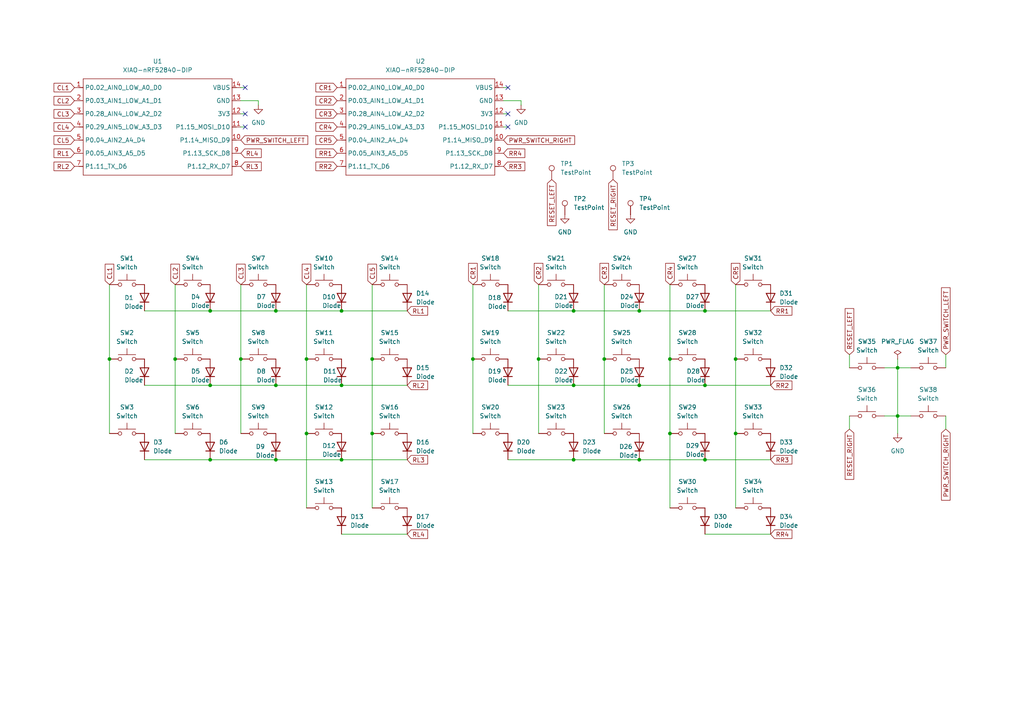
<source format=kicad_sch>
(kicad_sch (version 20250114) (generator "eeschema") (generator_version "9.0")
  (paper "A4")
  (lib_symbols
    (symbol "Connector:TestPoint" (pin_numbers (hide yes)) (pin_names (offset 0.762) (hide yes))
      (property "Reference" "TP" (at 0 6.858 0))
      (property "Value" "TestPoint" (at 0 5.08 0))
      (symbol "TestPoint_0_1"
        (circle (center 0 3.302) (radius 0.762))
      )
      (symbol "TestPoint_1_1"
        (pin passive line (at 0 0 90) (length 2.54) (name "1") (number "1"))
      )
    )
    (symbol "ScottoKeebs:Placeholder_Diode" (pin_numbers (hide yes)) (pin_names (hide yes))
      (property "Reference" "D" (at 0 2.54 0))
      (property "Value" "Diode" (at 0 -2.54 0))
      (symbol "Placeholder_Diode_0_1"
        (polyline (pts (xy -1.27 1.27) (xy -1.27 -1.27)) (stroke (width 0.254)))
        (polyline (pts (xy 1.27 1.27) (xy 1.27 -1.27) (xy -1.27 0) (xy 1.27 1.27)) (stroke (width 0.254)))
        (polyline (pts (xy 1.27 0) (xy -1.27 0)))
      )
      (symbol "Placeholder_Diode_1_1"
        (pin passive line (at -3.81 0 0) (length 2.54) (name "K") (number "1"))
        (pin passive line (at 3.81 0 180) (length 2.54) (name "A") (number "2"))
      )
    )
    (symbol "ScottoKeebs:Placeholder_Switch" (pin_numbers (hide yes)) (pin_names (offset 1.016) (hide yes))
      (property "Reference" "SW" (at 1.27 2.54 0))
      (property "Value" "Switch" (at 0 -1.524 0))
      (symbol "Placeholder_Switch_0_1"
        (circle (center -2.032 0) (radius 0.508))
        (polyline (pts (xy 0 1.27) (xy 0 3.048)))
        (circle (center 2.032 0) (radius 0.508))
        (polyline (pts (xy 2.54 1.27) (xy -2.54 1.27)))
        (pin passive line (at -5.08 0 0) (length 2.54) (name "1") (number "1"))
        (pin passive line (at 5.08 0 180) (length 2.54) (name "2") (number "2"))
      )
    )
    (symbol "Seeed Studio XIAO:XIAO-nRF52840-DIP"
      (property "Reference" "U" (at -3.048 1.778 0))
      (property "Value" "XIAO-nRF52840-DIP" (at 3.048 -0.254 0))
      (symbol "XIAO-nRF52840-DIP_1_0"
        (polyline (pts (xy -3.81 -1.27) (xy 39.37 -1.27)) (stroke (width 0.1524)))
        (polyline (pts (xy -3.81 -3.81) (xy -5.08 -3.81)) (stroke (width 0.1524)))
        (polyline (pts (xy -3.81 -3.81) (xy -3.81 -1.27)) (stroke (width 0.1524)))
        (polyline (pts (xy -3.81 -7.62) (xy -5.08 -7.62)) (stroke (width 0.1524)))
        (polyline (pts (xy -3.81 -7.62) (xy -3.81 -3.81)) (stroke (width 0.1524)))
        (polyline (pts (xy -3.81 -11.43) (xy -5.08 -11.43)) (stroke (width 0.1524)))
        (polyline (pts (xy -3.81 -11.43) (xy -3.81 -7.62)) (stroke (width 0.1524)))
        (polyline (pts (xy -3.81 -15.24) (xy -5.08 -15.24)) (stroke (width 0.1524)))
        (polyline (pts (xy -3.81 -15.24) (xy -3.81 -11.43)) (stroke (width 0.1524)))
        (polyline (pts (xy -3.81 -19.05) (xy -5.08 -19.05)) (stroke (width 0.1524)))
        (polyline (pts (xy -3.81 -22.86) (xy -5.08 -22.86)) (stroke (width 0.1524)))
        (polyline (pts (xy -3.81 -26.67) (xy -5.08 -26.67)) (stroke (width 0.1524)))
        (polyline (pts (xy -3.81 -29.21) (xy -3.81 -15.24)) (stroke (width 0.1524)))
        (polyline (pts (xy 39.37 -1.27) (xy 39.37 -3.81)) (stroke (width 0.1524)))
        (polyline (pts (xy 39.37 -3.81) (xy 39.37 -7.62)) (stroke (width 0.1524)))
        (polyline (pts (xy 39.37 -7.62) (xy 39.37 -11.43)) (stroke (width 0.1524)))
        (polyline (pts (xy 39.37 -11.43) (xy 39.37 -29.21)) (stroke (width 0.1524)))
        (polyline (pts (xy 39.37 -29.21) (xy -3.81 -29.21)) (stroke (width 0.1524)))
        (polyline (pts (xy 40.64 -3.81) (xy 39.37 -3.81)) (stroke (width 0.1524)))
        (polyline (pts (xy 40.64 -7.62) (xy 39.37 -7.62)) (stroke (width 0.1524)))
        (polyline (pts (xy 40.64 -11.43) (xy 39.37 -11.43)) (stroke (width 0.1524)))
        (polyline (pts (xy 40.64 -15.24) (xy 39.37 -15.24)) (stroke (width 0.1524)))
        (polyline (pts (xy 40.64 -19.05) (xy 39.37 -19.05)) (stroke (width 0.1524)))
        (polyline (pts (xy 40.64 -22.86) (xy 39.37 -22.86)) (stroke (width 0.1524)))
        (polyline (pts (xy 40.64 -26.67) (xy 39.37 -26.67)) (stroke (width 0.1524)))
        (pin passive line (at -6.35 -3.81 0) (length 2.54) (name "P0.02_AIN0_LOW_A0_D0") (number "1"))
        (pin passive line (at -6.35 -7.62 0) (length 2.54) (name "P0.03_AIN1_LOW_A1_D1") (number "2"))
        (pin passive line (at -6.35 -11.43 0) (length 2.54) (name "P0.28_AIN4_LOW_A2_D2") (number "3"))
        (pin passive line (at -6.35 -15.24 0) (length 2.54) (name "P0.29_AIN5_LOW_A3_D3") (number "4"))
        (pin passive line (at -6.35 -19.05 0) (length 2.54) (name "P0.04_AIN2_A4_D4") (number "5"))
        (pin passive line (at -6.35 -22.86 0) (length 2.54) (name "P0.05_AIN3_A5_D5") (number "6"))
        (pin passive line (at -6.35 -26.67 0) (length 2.54) (name "P1.11_TX_D6") (number "7"))
        (pin passive line (at 41.91 -3.81 180) (length 2.54) (name "VBUS") (number "14"))
        (pin passive line (at 41.91 -7.62 180) (length 2.54) (name "GND") (number "13"))
        (pin passive line (at 41.91 -11.43 180) (length 2.54) (name "3V3") (number "12"))
        (pin passive line (at 41.91 -15.24 180) (length 2.54) (name "P1.15_MOSI_D10") (number "11"))
        (pin passive line (at 41.91 -19.05 180) (length 2.54) (name "P1.14_MISO_D9") (number "10"))
        (pin passive line (at 41.91 -22.86 180) (length 2.54) (name "P1.13_SCK_D8") (number "9"))
        (pin passive line (at 41.91 -26.67 180) (length 2.54) (name "P1.12_RX_D7") (number "8"))
      )
    )
    (symbol "power:GND" (power) (pin_numbers (hide yes)) (pin_names (offset 0) (hide yes))
      (property "Value" "GND" (at 0 -3.81 0))
      (symbol "GND_0_1"
        (polyline (pts (xy 0 0) (xy 0 -1.27) (xy 1.27 -1.27) (xy 0 -2.54) (xy -1.27 -1.27) (xy 0 -1.27)))
      )
      (symbol "GND_1_1"
        (pin power_in line (at 0 0 270) (length 0) (name "~") (number "1"))
      )
    )
    (symbol "power:PWR_FLAG" (power) (pin_numbers (hide yes)) (pin_names (offset 0) (hide yes))
      (property "Value" "PWR_FLAG" (at 0 3.81 0))
      (symbol "PWR_FLAG_0_0"
        (pin power_out line (at 0 0 90) (length 0) (name "~") (number "1"))
      )
      (symbol "PWR_FLAG_0_1"
        (polyline (pts (xy 0 0) (xy 0 1.27) (xy -1.016 1.905) (xy 0 2.54) (xy 1.016 1.905) (xy 0 1.27)))
      )
    )
  )
  (junction (at 80.01 111.76))
  (junction (at 60.96 111.76))
  (junction (at 185.42 133.35))
  (junction (at 194.31 104.14))
  (junction (at 166.37 111.76))
  (junction (at 194.31 125.73))
  (junction (at 213.36 125.73))
  (junction (at 185.42 90.17))
  (junction (at 213.36 104.14))
  (junction (at 204.47 133.35))
  (junction (at 60.96 133.35))
  (junction (at 204.47 111.76))
  (junction (at 260.35 120.65))
  (junction (at 99.06 111.76))
  (junction (at 107.95 104.14))
  (junction (at 137.16 104.14))
  (junction (at 60.96 90.17))
  (junction (at 99.06 133.35))
  (junction (at 166.37 90.17))
  (junction (at 260.35 106.68))
  (junction (at 204.47 90.17))
  (junction (at 185.42 111.76))
  (junction (at 156.21 104.14))
  (junction (at 88.9 125.73))
  (junction (at 88.9 104.14))
  (junction (at 175.26 104.14))
  (junction (at 166.37 133.35))
  (junction (at 99.06 90.17))
  (junction (at 31.75 104.14))
  (junction (at 107.95 125.73))
  (junction (at 80.01 133.35))
  (junction (at 80.01 90.17))
  (junction (at 50.8 104.14))
  (junction (at 69.85 104.14))
  (no_connect (at 71.12 33.02))
  (no_connect (at 147.32 36.83))
  (no_connect (at 147.32 33.02))
  (no_connect (at 71.12 25.4))
  (no_connect (at 71.12 36.83))
  (no_connect (at 147.32 25.4))
  (wire (pts (xy 246.38 102.87) (xy 246.38 106.68)))
  (wire (pts (xy 107.95 82.55) (xy 107.95 104.14)))
  (wire (pts (xy 213.36 125.73) (xy 213.36 147.32)))
  (wire (pts (xy 147.32 111.76) (xy 166.37 111.76)))
  (wire (pts (xy 147.32 133.35) (xy 166.37 133.35)))
  (wire (pts (xy 60.96 133.35) (xy 80.01 133.35)))
  (wire (pts (xy 88.9 82.55) (xy 88.9 104.14)))
  (wire (pts (xy 246.38 124.46) (xy 246.38 120.65)))
  (wire (pts (xy 31.75 104.14) (xy 31.75 125.73)))
  (wire (pts (xy 260.35 104.14) (xy 260.35 106.68)))
  (wire (pts (xy 256.54 120.65) (xy 260.35 120.65)))
  (wire (pts (xy 146.05 36.83) (xy 147.32 36.83)))
  (wire (pts (xy 88.9 104.14) (xy 88.9 125.73)))
  (wire (pts (xy 146.05 33.02) (xy 147.32 33.02)))
  (wire (pts (xy 260.35 106.68) (xy 260.35 120.65)))
  (wire (pts (xy 69.85 82.55) (xy 69.85 104.14)))
  (wire (pts (xy 166.37 90.17) (xy 185.42 90.17)))
  (wire (pts (xy 264.16 120.65) (xy 260.35 120.65)))
  (wire (pts (xy 156.21 82.55) (xy 156.21 104.14)))
  (wire (pts (xy 204.47 90.17) (xy 223.52 90.17)))
  (wire (pts (xy 204.47 133.35) (xy 223.52 133.35)))
  (wire (pts (xy 69.85 104.14) (xy 69.85 125.73)))
  (wire (pts (xy 50.8 104.14) (xy 50.8 125.73)))
  (wire (pts (xy 151.13 29.21) (xy 151.13 30.48)))
  (wire (pts (xy 99.06 154.94) (xy 118.11 154.94)))
  (wire (pts (xy 194.31 125.73) (xy 194.31 147.32)))
  (wire (pts (xy 80.01 90.17) (xy 99.06 90.17)))
  (wire (pts (xy 137.16 82.55) (xy 137.16 104.14)))
  (wire (pts (xy 185.42 111.76) (xy 204.47 111.76)))
  (wire (pts (xy 156.21 104.14) (xy 156.21 125.73)))
  (wire (pts (xy 80.01 133.35) (xy 99.06 133.35)))
  (wire (pts (xy 50.8 82.55) (xy 50.8 104.14)))
  (wire (pts (xy 146.05 25.4) (xy 147.32 25.4)))
  (wire (pts (xy 41.91 90.17) (xy 60.96 90.17)))
  (wire (pts (xy 88.9 125.73) (xy 88.9 147.32)))
  (wire (pts (xy 41.91 111.76) (xy 60.96 111.76)))
  (wire (pts (xy 41.91 133.35) (xy 60.96 133.35)))
  (wire (pts (xy 137.16 104.14) (xy 137.16 125.73)))
  (wire (pts (xy 204.47 154.94) (xy 223.52 154.94)))
  (wire (pts (xy 99.06 90.17) (xy 118.11 90.17)))
  (wire (pts (xy 175.26 82.55) (xy 175.26 104.14)))
  (wire (pts (xy 274.32 124.46) (xy 274.32 120.65)))
  (wire (pts (xy 74.93 29.21) (xy 74.93 30.48)))
  (wire (pts (xy 213.36 82.55) (xy 213.36 104.14)))
  (wire (pts (xy 151.13 29.21) (xy 146.05 29.21)))
  (wire (pts (xy 31.75 82.55) (xy 31.75 104.14)))
  (wire (pts (xy 74.93 29.21) (xy 69.85 29.21)))
  (wire (pts (xy 260.35 120.65) (xy 260.35 125.73)))
  (wire (pts (xy 107.95 104.14) (xy 107.95 125.73)))
  (wire (pts (xy 147.32 90.17) (xy 166.37 90.17)))
  (wire (pts (xy 69.85 33.02) (xy 71.12 33.02)))
  (wire (pts (xy 80.01 111.76) (xy 99.06 111.76)))
  (wire (pts (xy 99.06 133.35) (xy 118.11 133.35)))
  (wire (pts (xy 107.95 125.73) (xy 107.95 147.32)))
  (wire (pts (xy 194.31 82.55) (xy 194.31 104.14)))
  (wire (pts (xy 166.37 111.76) (xy 185.42 111.76)))
  (wire (pts (xy 213.36 104.14) (xy 213.36 125.73)))
  (wire (pts (xy 69.85 25.4) (xy 71.12 25.4)))
  (wire (pts (xy 166.37 133.35) (xy 185.42 133.35)))
  (wire (pts (xy 99.06 111.76) (xy 118.11 111.76)))
  (wire (pts (xy 185.42 90.17) (xy 204.47 90.17)))
  (wire (pts (xy 256.54 106.68) (xy 260.35 106.68)))
  (wire (pts (xy 264.16 106.68) (xy 260.35 106.68)))
  (wire (pts (xy 185.42 133.35) (xy 204.47 133.35)))
  (wire (pts (xy 175.26 104.14) (xy 175.26 125.73)))
  (wire (pts (xy 194.31 104.14) (xy 194.31 125.73)))
  (wire (pts (xy 274.32 102.87) (xy 274.32 106.68)))
  (wire (pts (xy 60.96 90.17) (xy 80.01 90.17)))
  (wire (pts (xy 204.47 111.76) (xy 223.52 111.76)))
  (wire (pts (xy 69.85 36.83) (xy 71.12 36.83)))
  (wire (pts (xy 60.96 111.76) (xy 80.01 111.76)))
  (global_label "RESET_RIGHT" (shape input) (at 177.8 52.07 270) (property "Intersheetrefs" "${INTERSHEET_REFS}" (effects (hide yes))))
  (global_label "CR5" (shape input) (at 97.79 40.64 180) (property "Intersheetrefs" "${INTERSHEET_REFS}" (effects (hide yes))))
  (global_label "PWR_SWITCH_RIGHT" (shape input) (at 146.05 40.64 0) (property "Intersheetrefs" "${INTERSHEET_REFS}" (effects (hide yes))))
  (global_label "CL2" (shape input) (at 21.59 29.21 180) (property "Intersheetrefs" "${INTERSHEET_REFS}" (effects (hide yes))))
  (global_label "CR5" (shape input) (at 213.36 82.55 90) (property "Intersheetrefs" "${INTERSHEET_REFS}" (effects (hide yes))))
  (global_label "CL1" (shape input) (at 21.59 25.4 180) (property "Intersheetrefs" "${INTERSHEET_REFS}" (effects (hide yes))))
  (global_label "RL2" (shape input) (at 21.59 48.26 180) (property "Intersheetrefs" "${INTERSHEET_REFS}" (effects (hide yes))))
  (global_label "RR2" (shape input) (at 97.79 48.26 180) (property "Intersheetrefs" "${INTERSHEET_REFS}" (effects (hide yes))))
  (global_label "RR3" (shape input) (at 223.52 133.35 0) (property "Intersheetrefs" "${INTERSHEET_REFS}" (effects (hide yes))))
  (global_label "RL4" (shape input) (at 69.85 44.45 0) (property "Intersheetrefs" "${INTERSHEET_REFS}" (effects (hide yes))))
  (global_label "CL5" (shape input) (at 21.59 40.64 180) (property "Intersheetrefs" "${INTERSHEET_REFS}" (effects (hide yes))))
  (global_label "CL5" (shape input) (at 107.95 82.55 90) (property "Intersheetrefs" "${INTERSHEET_REFS}" (effects (hide yes))))
  (global_label "RESET_LEFT" (shape input) (at 246.38 102.87 90) (property "Intersheetrefs" "${INTERSHEET_REFS}" (effects (hide yes))))
  (global_label "CR3" (shape input) (at 97.79 33.02 180) (property "Intersheetrefs" "${INTERSHEET_REFS}" (effects (hide yes))))
  (global_label "RR1" (shape input) (at 97.79 44.45 180) (property "Intersheetrefs" "${INTERSHEET_REFS}" (effects (hide yes))))
  (global_label "CL3" (shape input) (at 69.85 82.55 90) (property "Intersheetrefs" "${INTERSHEET_REFS}" (effects (hide yes))))
  (global_label "RESET_RIGHT" (shape input) (at 246.38 124.46 270) (property "Intersheetrefs" "${INTERSHEET_REFS}" (effects (hide yes))))
  (global_label "RR1" (shape input) (at 223.52 90.17 0) (property "Intersheetrefs" "${INTERSHEET_REFS}" (effects (hide yes))))
  (global_label "RL1" (shape input) (at 21.59 44.45 180) (property "Intersheetrefs" "${INTERSHEET_REFS}" (effects (hide yes))))
  (global_label "RL4" (shape input) (at 118.11 154.94 0) (property "Intersheetrefs" "${INTERSHEET_REFS}" (effects (hide yes))))
  (global_label "CL1" (shape input) (at 31.75 82.55 90) (property "Intersheetrefs" "${INTERSHEET_REFS}" (effects (hide yes))))
  (global_label "PWR_SWITCH_LEFT" (shape input) (at 69.85 40.64 0) (property "Intersheetrefs" "${INTERSHEET_REFS}" (effects (hide yes))))
  (global_label "CR1" (shape input) (at 97.79 25.4 180) (property "Intersheetrefs" "${INTERSHEET_REFS}" (effects (hide yes))))
  (global_label "CR3" (shape input) (at 175.26 82.55 90) (property "Intersheetrefs" "${INTERSHEET_REFS}" (effects (hide yes))))
  (global_label "CL4" (shape input) (at 21.59 36.83 180) (property "Intersheetrefs" "${INTERSHEET_REFS}" (effects (hide yes))))
  (global_label "PWR_SWITCH_RIGHT" (shape input) (at 274.32 124.46 270) (property "Intersheetrefs" "${INTERSHEET_REFS}" (effects (hide yes))))
  (global_label "RL1" (shape input) (at 118.11 90.17 0) (property "Intersheetrefs" "${INTERSHEET_REFS}" (effects (hide yes))))
  (global_label "RL3" (shape input) (at 69.85 48.26 0) (property "Intersheetrefs" "${INTERSHEET_REFS}" (effects (hide yes))))
  (global_label "RL2" (shape input) (at 118.11 111.76 0) (property "Intersheetrefs" "${INTERSHEET_REFS}" (effects (hide yes))))
  (global_label "CR1" (shape input) (at 137.16 82.55 90) (property "Intersheetrefs" "${INTERSHEET_REFS}" (effects (hide yes))))
  (global_label "RR2" (shape input) (at 223.52 111.76 0) (property "Intersheetrefs" "${INTERSHEET_REFS}" (effects (hide yes))))
  (global_label "RR3" (shape input) (at 146.05 48.26 0) (property "Intersheetrefs" "${INTERSHEET_REFS}" (effects (hide yes))))
  (global_label "RESET_LEFT" (shape input) (at 160.02 52.07 270) (property "Intersheetrefs" "${INTERSHEET_REFS}" (effects (hide yes))))
  (global_label "CL3" (shape input) (at 21.59 33.02 180) (property "Intersheetrefs" "${INTERSHEET_REFS}" (effects (hide yes))))
  (global_label "CR2" (shape input) (at 156.21 82.55 90) (property "Intersheetrefs" "${INTERSHEET_REFS}" (effects (hide yes))))
  (global_label "RR4" (shape input) (at 146.05 44.45 0) (property "Intersheetrefs" "${INTERSHEET_REFS}" (effects (hide yes))))
  (global_label "CL2" (shape input) (at 50.8 82.55 90) (property "Intersheetrefs" "${INTERSHEET_REFS}" (effects (hide yes))))
  (global_label "RR4" (shape input) (at 223.52 154.94 0) (property "Intersheetrefs" "${INTERSHEET_REFS}" (effects (hide yes))))
  (global_label "CL4" (shape input) (at 88.9 82.55 90) (property "Intersheetrefs" "${INTERSHEET_REFS}" (effects (hide yes))))
  (global_label "CR4" (shape input) (at 97.79 36.83 180) (property "Intersheetrefs" "${INTERSHEET_REFS}" (effects (hide yes))))
  (global_label "RL3" (shape input) (at 118.11 133.35 0) (property "Intersheetrefs" "${INTERSHEET_REFS}" (effects (hide yes))))
  (global_label "PWR_SWITCH_LEFT" (shape input) (at 274.32 102.87 90) (property "Intersheetrefs" "${INTERSHEET_REFS}" (effects (hide yes))))
  (global_label "CR2" (shape input) (at 97.79 29.21 180) (property "Intersheetrefs" "${INTERSHEET_REFS}" (effects (hide yes))))
  (global_label "CR4" (shape input) (at 194.31 82.55 90) (property "Intersheetrefs" "${INTERSHEET_REFS}" (effects (hide yes))))
  (symbol (lib_id "ScottoKeebs:Placeholder_Switch") (at 180.34 125.73 0) (unit 1)
    (property "Reference" "SW26" (at 180.34 118.11 0))
    (property "Value" "Switch" (at 180.34 120.65 0))
    (property "Footprint" "BLE_KBD:Hotswap_MX_WSS_1.00u" (effects (hide yes)))
    (property "Description" "Push button switch, generic, two pins" (effects (hide yes)))
  )
  (symbol (lib_id "ScottoKeebs:Placeholder_Switch") (at 180.34 82.55 0) (unit 1)
    (property "Reference" "SW24" (at 180.34 74.93 0))
    (property "Value" "Switch" (at 180.34 77.47 0))
    (property "Footprint" "BLE_KBD:Hotswap_MX_WSS_1.00u" (effects (hide yes)))
    (property "Description" "Push button switch, generic, two pins" (effects (hide yes)))
  )
  (symbol (lib_id "ScottoKeebs:Placeholder_Switch") (at 93.98 147.32 0) (unit 1)
    (property "Reference" "SW13" (at 93.98 139.7 0))
    (property "Value" "Switch" (at 93.98 142.24 0))
    (property "Footprint" "BLE_KBD:Hotswap_MX_WSS_1.50u" (effects (hide yes)))
    (property "Description" "Push button switch, generic, two pins" (effects (hide yes)))
  )
  (symbol (lib_id "ScottoKeebs:Placeholder_Switch") (at 36.83 82.55 0) (unit 1)
    (property "Reference" "SW1" (at 36.83 74.93 0))
    (property "Value" "Switch" (at 36.83 77.47 0))
    (property "Footprint" "BLE_KBD:Hotswap_MX_WSS_1.00u" (effects (hide yes)))
    (property "Description" "Push button switch, generic, two pins" (effects (hide yes)))
  )
  (symbol (lib_id "ScottoKeebs:Placeholder_Diode") (at 99.06 151.13 90) (unit 1)
    (property "Reference" "D13" (at 101.6 149.8599 90) (effects (justify right)))
    (property "Value" "Diode" (at 101.6 152.3999 90) (effects (justify right)))
    (property "Footprint" "BLE_KBD:Diode_SOD-123" (effects (hide yes)))
    (property "Description" "1N4148 (DO-35) or 1N4148W (SOD-123)" (effects (hide yes)))
    (property "Sim.Device" "D" (effects (hide yes)))
    (property "Sim.Pins" "1=K 2=A" (effects (hide yes)))
  )
  (symbol (lib_id "ScottoKeebs:Placeholder_Diode") (at 185.42 129.54 90) (unit 1)
    (property "Reference" "D26" (at 179.578 129.54 90) (effects (justify right)))
    (property "Value" "Diode" (at 179.578 132.08 90) (effects (justify right)))
    (property "Footprint" "BLE_KBD:Diode_SOD-123" (effects (hide yes)))
    (property "Description" "1N4148 (DO-35) or 1N4148W (SOD-123)" (effects (hide yes)))
    (property "Sim.Device" "D" (effects (hide yes)))
    (property "Sim.Pins" "1=K 2=A" (effects (hide yes)))
  )
  (symbol (lib_id "Connector:TestPoint") (at 160.02 52.07 0) (unit 1)
    (property "Reference" "TP1" (at 162.56 47.4979 0) (effects (justify left)))
    (property "Value" "TestPoint" (at 162.56 50.0379 0) (effects (justify left)))
    (property "Footprint" "TestPoint:TestPoint_Pad_D2.0mm" (effects (hide yes)))
    (property "Description" "test point" (effects (hide yes)))
  )
  (symbol (lib_id "ScottoKeebs:Placeholder_Diode") (at 41.91 107.95 90) (unit 1)
    (property "Reference" "D2" (at 36.068 107.696 90) (effects (justify right)))
    (property "Value" "Diode" (at 36.068 110.236 90) (effects (justify right)))
    (property "Footprint" "BLE_KBD:Diode_SOD-123" (effects (hide yes)))
    (property "Description" "1N4148 (DO-35) or 1N4148W (SOD-123)" (effects (hide yes)))
    (property "Sim.Device" "D" (effects (hide yes)))
    (property "Sim.Pins" "1=K 2=A" (effects (hide yes)))
  )
  (symbol (lib_id "ScottoKeebs:Placeholder_Switch") (at 199.39 147.32 0) (unit 1)
    (property "Reference" "SW30" (at 199.39 139.7 0))
    (property "Value" "Switch" (at 199.39 142.24 0))
    (property "Footprint" "BLE_KBD:Hotswap_MX_WSS_1.50u" (effects (hide yes)))
    (property "Description" "Push button switch, generic, two pins" (effects (hide yes)))
  )
  (symbol (lib_id "power:GND") (at 182.88 62.23 0) (unit 1)
    (property "Reference" "#PWR05" (effects (hide yes)))
    (property "Value" "GND" (at 182.88 67.31 0))
    (property "Description" "Power symbol creates a global label with name \"GND\" , ground" (effects (hide yes)))
  )
  (symbol (lib_id "ScottoKeebs:Placeholder_Switch") (at 161.29 82.55 0) (unit 1)
    (property "Reference" "SW21" (at 161.29 74.93 0))
    (property "Value" "Switch" (at 161.29 77.47 0))
    (property "Footprint" "BLE_KBD:Hotswap_MX_WSS_1.00u" (effects (hide yes)))
    (property "Description" "Push button switch, generic, two pins" (effects (hide yes)))
  )
  (symbol (lib_id "power:GND") (at 260.35 125.73 0) (unit 1)
    (property "Reference" "#PWR04" (effects (hide yes)))
    (property "Value" "GND" (at 260.35 130.81 0))
    (property "Description" "Power symbol creates a global label with name \"GND\" , ground" (effects (hide yes)))
  )
  (symbol (lib_id "ScottoKeebs:Placeholder_Switch") (at 142.24 82.55 0) (unit 1)
    (property "Reference" "SW18" (at 142.24 74.93 0))
    (property "Value" "Switch" (at 142.24 77.47 0))
    (property "Footprint" "BLE_KBD:Hotswap_MX_WSS_1.00u" (effects (hide yes)))
    (property "Description" "Push button switch, generic, two pins" (effects (hide yes)))
  )
  (symbol (lib_id "power:GND") (at 163.83 62.23 0) (unit 1)
    (property "Reference" "#PWR03" (effects (hide yes)))
    (property "Value" "GND" (at 163.83 67.31 0))
    (property "Description" "Power symbol creates a global label with name \"GND\" , ground" (effects (hide yes)))
  )
  (symbol (lib_id "ScottoKeebs:Placeholder_Switch") (at 251.46 120.65 0) (unit 1)
    (property "Reference" "SW36" (at 251.46 113.03 0))
    (property "Value" "Switch" (at 251.46 115.57 0))
    (property "Footprint" "BLE_KBD:SW_SPST_EVQP7A_ HandSoldering" (effects (hide yes)))
    (property "Description" "Push button switch, generic, two pins" (effects (hide yes)))
  )
  (symbol (lib_id "ScottoKeebs:Placeholder_Switch") (at 113.03 104.14 0) (unit 1)
    (property "Reference" "SW15" (at 113.03 96.52 0))
    (property "Value" "Switch" (at 113.03 99.06 0))
    (property "Footprint" "BLE_KBD:Hotswap_MX_WSS_1.00u" (effects (hide yes)))
    (property "Description" "Push button switch, generic, two pins" (effects (hide yes)))
  )
  (symbol (lib_id "ScottoKeebs:Placeholder_Diode") (at 118.11 129.54 90) (unit 1)
    (property "Reference" "D16" (at 120.65 128.2699 90) (effects (justify right)))
    (property "Value" "Diode" (at 120.65 130.8099 90) (effects (justify right)))
    (property "Footprint" "BLE_KBD:Diode_SOD-123" (effects (hide yes)))
    (property "Description" "1N4148 (DO-35) or 1N4148W (SOD-123)" (effects (hide yes)))
    (property "Sim.Device" "D" (effects (hide yes)))
    (property "Sim.Pins" "1=K 2=A" (effects (hide yes)))
  )
  (symbol (lib_id "ScottoKeebs:Placeholder_Diode") (at 118.11 151.13 90) (unit 1)
    (property "Reference" "D17" (at 120.65 149.8599 90) (effects (justify right)))
    (property "Value" "Diode" (at 120.65 152.3999 90) (effects (justify right)))
    (property "Footprint" "BLE_KBD:Diode_SOD-123" (effects (hide yes)))
    (property "Description" "1N4148 (DO-35) or 1N4148W (SOD-123)" (effects (hide yes)))
    (property "Sim.Device" "D" (effects (hide yes)))
    (property "Sim.Pins" "1=K 2=A" (effects (hide yes)))
  )
  (symbol (lib_id "ScottoKeebs:Placeholder_Diode") (at 60.96 107.95 90) (unit 1)
    (property "Reference" "D5" (at 55.372 107.696 90) (effects (justify right)))
    (property "Value" "Diode" (at 55.372 110.236 90) (effects (justify right)))
    (property "Footprint" "BLE_KBD:Diode_SOD-123" (effects (hide yes)))
    (property "Description" "1N4148 (DO-35) or 1N4148W (SOD-123)" (effects (hide yes)))
    (property "Sim.Device" "D" (effects (hide yes)))
    (property "Sim.Pins" "1=K 2=A" (effects (hide yes)))
  )
  (symbol (lib_id "ScottoKeebs:Placeholder_Switch") (at 218.44 82.55 0) (unit 1)
    (property "Reference" "SW31" (at 218.44 74.93 0))
    (property "Value" "Switch" (at 218.44 77.47 0))
    (property "Footprint" "BLE_KBD:Hotswap_MX_WSS_1.00u" (effects (hide yes)))
    (property "Description" "Push button switch, generic, two pins" (effects (hide yes)))
  )
  (symbol (lib_id "ScottoKeebs:Placeholder_Switch") (at 269.24 120.65 0) (unit 1)
    (property "Reference" "SW38" (at 269.24 113.03 0))
    (property "Value" "Switch" (at 269.24 115.57 0))
    (property "Footprint" "BLE_KBD:SW_SPST_EVQP7A_ HandSoldering" (effects (hide yes)))
    (property "Description" "Push button switch, generic, two pins" (effects (hide yes)))
  )
  (symbol (lib_id "ScottoKeebs:Placeholder_Switch") (at 93.98 82.55 0) (unit 1)
    (property "Reference" "SW10" (at 93.98 74.93 0))
    (property "Value" "Switch" (at 93.98 77.47 0))
    (property "Footprint" "BLE_KBD:Hotswap_MX_WSS_1.00u" (effects (hide yes)))
    (property "Description" "Push button switch, generic, two pins" (effects (hide yes)))
  )
  (symbol (lib_id "ScottoKeebs:Placeholder_Diode") (at 166.37 129.54 90) (unit 1)
    (property "Reference" "D23" (at 168.91 128.2699 90) (effects (justify right)))
    (property "Value" "Diode" (at 168.91 130.8099 90) (effects (justify right)))
    (property "Footprint" "BLE_KBD:Diode_SOD-123" (effects (hide yes)))
    (property "Description" "1N4148 (DO-35) or 1N4148W (SOD-123)" (effects (hide yes)))
    (property "Sim.Device" "D" (effects (hide yes)))
    (property "Sim.Pins" "1=K 2=A" (effects (hide yes)))
  )
  (symbol (lib_id "ScottoKeebs:Placeholder_Diode") (at 99.06 129.54 90) (unit 1)
    (property "Reference" "D12" (at 93.472 129.286 90) (effects (justify right)))
    (property "Value" "Diode" (at 93.472 131.826 90) (effects (justify right)))
    (property "Footprint" "BLE_KBD:Diode_SOD-123" (effects (hide yes)))
    (property "Description" "1N4148 (DO-35) or 1N4148W (SOD-123)" (effects (hide yes)))
    (property "Sim.Device" "D" (effects (hide yes)))
    (property "Sim.Pins" "1=K 2=A" (effects (hide yes)))
  )
  (symbol (lib_id "ScottoKeebs:Placeholder_Switch") (at 74.93 82.55 0) (unit 1)
    (property "Reference" "SW7" (at 74.93 74.93 0))
    (property "Value" "Switch" (at 74.93 77.47 0))
    (property "Footprint" "BLE_KBD:Hotswap_MX_WSS_1.00u" (effects (hide yes)))
    (property "Description" "Push button switch, generic, two pins" (effects (hide yes)))
  )
  (symbol (lib_id "ScottoKeebs:Placeholder_Switch") (at 93.98 104.14 0) (unit 1)
    (property "Reference" "SW11" (at 93.98 96.52 0))
    (property "Value" "Switch" (at 93.98 99.06 0))
    (property "Footprint" "BLE_KBD:Hotswap_MX_WSS_1.00u" (effects (hide yes)))
    (property "Description" "Push button switch, generic, two pins" (effects (hide yes)))
  )
  (symbol (lib_id "ScottoKeebs:Placeholder_Diode") (at 166.37 86.36 90) (unit 1)
    (property "Reference" "D21" (at 160.782 86.106 90) (effects (justify right)))
    (property "Value" "Diode" (at 160.782 88.646 90) (effects (justify right)))
    (property "Footprint" "BLE_KBD:Diode_SOD-123" (effects (hide yes)))
    (property "Description" "1N4148 (DO-35) or 1N4148W (SOD-123)" (effects (hide yes)))
    (property "Sim.Device" "D" (effects (hide yes)))
    (property "Sim.Pins" "1=K 2=A" (effects (hide yes)))
  )
  (symbol (lib_id "ScottoKeebs:Placeholder_Switch") (at 113.03 125.73 0) (unit 1)
    (property "Reference" "SW16" (at 113.03 118.11 0))
    (property "Value" "Switch" (at 113.03 120.65 0))
    (property "Footprint" "BLE_KBD:Hotswap_MX_WSS_1.00u" (effects (hide yes)))
    (property "Description" "Push button switch, generic, two pins" (effects (hide yes)))
  )
  (symbol (lib_id "ScottoKeebs:Placeholder_Switch") (at 142.24 125.73 0) (unit 1)
    (property "Reference" "SW20" (at 142.24 118.11 0))
    (property "Value" "Switch" (at 142.24 120.65 0))
    (property "Footprint" "BLE_KBD:Hotswap_MX_WSS_1.00u" (effects (hide yes)))
    (property "Description" "Push button switch, generic, two pins" (effects (hide yes)))
  )
  (symbol (lib_id "ScottoKeebs:Placeholder_Diode") (at 204.47 151.13 90) (unit 1)
    (property "Reference" "D30" (at 207.01 149.8599 90) (effects (justify right)))
    (property "Value" "Diode" (at 207.01 152.3999 90) (effects (justify right)))
    (property "Footprint" "BLE_KBD:Diode_SOD-123" (effects (hide yes)))
    (property "Description" "1N4148 (DO-35) or 1N4148W (SOD-123)" (effects (hide yes)))
    (property "Sim.Device" "D" (effects (hide yes)))
    (property "Sim.Pins" "1=K 2=A" (effects (hide yes)))
  )
  (symbol (lib_id "ScottoKeebs:Placeholder_Switch") (at 269.24 106.68 0) (unit 1)
    (property "Reference" "SW37" (at 269.24 99.06 0))
    (property "Value" "Switch" (at 269.24 101.6 0))
    (property "Footprint" "BLE_KBD:SW_SPST_EVQP7A_ HandSoldering" (effects (hide yes)))
    (property "Description" "Push button switch, generic, two pins" (effects (hide yes)))
  )
  (symbol (lib_id "ScottoKeebs:Placeholder_Switch") (at 199.39 125.73 0) (unit 1)
    (property "Reference" "SW29" (at 199.39 118.11 0))
    (property "Value" "Switch" (at 199.39 120.65 0))
    (property "Footprint" "BLE_KBD:Hotswap_MX_WSS_1.00u" (effects (hide yes)))
    (property "Description" "Push button switch, generic, two pins" (effects (hide yes)))
  )
  (symbol (lib_id "ScottoKeebs:Placeholder_Diode") (at 147.32 129.54 90) (unit 1)
    (property "Reference" "D20" (at 149.86 128.2699 90) (effects (justify right)))
    (property "Value" "Diode" (at 149.86 130.8099 90) (effects (justify right)))
    (property "Footprint" "BLE_KBD:Diode_SOD-123" (effects (hide yes)))
    (property "Description" "1N4148 (DO-35) or 1N4148W (SOD-123)" (effects (hide yes)))
    (property "Sim.Device" "D" (effects (hide yes)))
    (property "Sim.Pins" "1=K 2=A" (effects (hide yes)))
  )
  (symbol (lib_id "Seeed Studio XIAO:XIAO-nRF52840-DIP") (at 27.94 21.59 0) (unit 1)
    (property "Reference" "U1" (at 45.72 17.78 0))
    (property "Value" "XIAO-nRF52840-DIP" (at 45.72 20.32 0))
    (property "Footprint" "BLE_KBD:XIAO-nRF52840-BG" (effects (hide yes)))
  )
  (symbol (lib_id "ScottoKeebs:Placeholder_Switch") (at 74.93 125.73 0) (unit 1)
    (property "Reference" "SW9" (at 74.93 118.11 0))
    (property "Value" "Switch" (at 74.93 120.65 0))
    (property "Footprint" "BLE_KBD:Hotswap_MX_WSS_1.00u" (effects (hide yes)))
    (property "Description" "Push button switch, generic, two pins" (effects (hide yes)))
  )
  (symbol (lib_id "power:GND") (at 151.13 30.48 0) (unit 1)
    (property "Reference" "#PWR02" (effects (hide yes)))
    (property "Value" "GND" (at 151.13 35.56 0))
    (property "Description" "Power symbol creates a global label with name \"GND\" , ground" (effects (hide yes)))
  )
  (symbol (lib_id "ScottoKeebs:Placeholder_Switch") (at 218.44 104.14 0) (unit 1)
    (property "Reference" "SW32" (at 218.44 96.52 0))
    (property "Value" "Switch" (at 218.44 99.06 0))
    (property "Footprint" "BLE_KBD:Hotswap_MX_WSS_1.00u" (effects (hide yes)))
    (property "Description" "Push button switch, generic, two pins" (effects (hide yes)))
  )
  (symbol (lib_id "ScottoKeebs:Placeholder_Diode") (at 223.52 151.13 90) (unit 1)
    (property "Reference" "D34" (at 226.06 149.8599 90) (effects (justify right)))
    (property "Value" "Diode" (at 226.06 152.3999 90) (effects (justify right)))
    (property "Footprint" "BLE_KBD:Diode_SOD-123" (effects (hide yes)))
    (property "Description" "1N4148 (DO-35) or 1N4148W (SOD-123)" (effects (hide yes)))
    (property "Sim.Device" "D" (effects (hide yes)))
    (property "Sim.Pins" "1=K 2=A" (effects (hide yes)))
  )
  (symbol (lib_id "ScottoKeebs:Placeholder_Diode") (at 223.52 86.36 90) (unit 1)
    (property "Reference" "D31" (at 226.06 85.0899 90) (effects (justify right)))
    (property "Value" "Diode" (at 226.06 87.6299 90) (effects (justify right)))
    (property "Footprint" "BLE_KBD:Diode_SOD-123" (effects (hide yes)))
    (property "Description" "1N4148 (DO-35) or 1N4148W (SOD-123)" (effects (hide yes)))
    (property "Sim.Device" "D" (effects (hide yes)))
    (property "Sim.Pins" "1=K 2=A" (effects (hide yes)))
  )
  (symbol (lib_id "ScottoKeebs:Placeholder_Diode") (at 118.11 107.95 90) (unit 1)
    (property "Reference" "D15" (at 120.65 106.6799 90) (effects (justify right)))
    (property "Value" "Diode" (at 120.65 109.2199 90) (effects (justify right)))
    (property "Footprint" "BLE_KBD:Diode_SOD-123" (effects (hide yes)))
    (property "Description" "1N4148 (DO-35) or 1N4148W (SOD-123)" (effects (hide yes)))
    (property "Sim.Device" "D" (effects (hide yes)))
    (property "Sim.Pins" "1=K 2=A" (effects (hide yes)))
  )
  (symbol (lib_id "ScottoKeebs:Placeholder_Diode") (at 204.47 86.36 90) (unit 1)
    (property "Reference" "D27" (at 198.882 86.106 90) (effects (justify right)))
    (property "Value" "Diode" (at 198.882 88.646 90) (effects (justify right)))
    (property "Footprint" "BLE_KBD:Diode_SOD-123" (effects (hide yes)))
    (property "Description" "1N4148 (DO-35) or 1N4148W (SOD-123)" (effects (hide yes)))
    (property "Sim.Device" "D" (effects (hide yes)))
    (property "Sim.Pins" "1=K 2=A" (effects (hide yes)))
  )
  (symbol (lib_id "ScottoKeebs:Placeholder_Switch") (at 113.03 82.55 0) (unit 1)
    (property "Reference" "SW14" (at 113.03 74.93 0))
    (property "Value" "Switch" (at 113.03 77.47 0))
    (property "Footprint" "BLE_KBD:Hotswap_MX_WSS_1.00u" (effects (hide yes)))
    (property "Description" "Push button switch, generic, two pins" (effects (hide yes)))
  )
  (symbol (lib_id "ScottoKeebs:Placeholder_Diode") (at 166.37 107.95 90) (unit 1)
    (property "Reference" "D22" (at 160.782 107.696 90) (effects (justify right)))
    (property "Value" "Diode" (at 160.782 110.236 90) (effects (justify right)))
    (property "Footprint" "BLE_KBD:Diode_SOD-123" (effects (hide yes)))
    (property "Description" "1N4148 (DO-35) or 1N4148W (SOD-123)" (effects (hide yes)))
    (property "Sim.Device" "D" (effects (hide yes)))
    (property "Sim.Pins" "1=K 2=A" (effects (hide yes)))
  )
  (symbol (lib_id "ScottoKeebs:Placeholder_Diode") (at 99.06 86.36 90) (unit 1)
    (property "Reference" "D10" (at 93.472 86.106 90) (effects (justify right)))
    (property "Value" "Diode" (at 93.472 88.646 90) (effects (justify right)))
    (property "Footprint" "BLE_KBD:Diode_SOD-123" (effects (hide yes)))
    (property "Description" "1N4148 (DO-35) or 1N4148W (SOD-123)" (effects (hide yes)))
    (property "Sim.Device" "D" (effects (hide yes)))
    (property "Sim.Pins" "1=K 2=A" (effects (hide yes)))
  )
  (symbol (lib_id "power:PWR_FLAG") (at 260.35 104.14 0) (unit 1)
    (property "Reference" "#FLG01" (effects (hide yes)))
    (property "Value" "PWR_FLAG" (at 260.35 99.06 0))
    (property "Description" "Special symbol for telling ERC where power comes from" (effects (hide yes)))
  )
  (symbol (lib_id "ScottoKeebs:Placeholder_Switch") (at 180.34 104.14 0) (unit 1)
    (property "Reference" "SW25" (at 180.34 96.52 0))
    (property "Value" "Switch" (at 180.34 99.06 0))
    (property "Footprint" "BLE_KBD:Hotswap_MX_WSS_1.00u" (effects (hide yes)))
    (property "Description" "Push button switch, generic, two pins" (effects (hide yes)))
  )
  (symbol (lib_id "ScottoKeebs:Placeholder_Diode") (at 185.42 86.36 90) (unit 1)
    (property "Reference" "D24" (at 179.832 86.106 90) (effects (justify right)))
    (property "Value" "Diode" (at 179.832 88.646 90) (effects (justify right)))
    (property "Footprint" "BLE_KBD:Diode_SOD-123" (effects (hide yes)))
    (property "Description" "1N4148 (DO-35) or 1N4148W (SOD-123)" (effects (hide yes)))
    (property "Sim.Device" "D" (effects (hide yes)))
    (property "Sim.Pins" "1=K 2=A" (effects (hide yes)))
  )
  (symbol (lib_id "ScottoKeebs:Placeholder_Diode") (at 41.91 129.54 90) (unit 1)
    (property "Reference" "D3" (at 44.45 128.2699 90) (effects (justify right)))
    (property "Value" "Diode" (at 44.45 130.8099 90) (effects (justify right)))
    (property "Footprint" "BLE_KBD:Diode_SOD-123" (effects (hide yes)))
    (property "Description" "1N4148 (DO-35) or 1N4148W (SOD-123)" (effects (hide yes)))
    (property "Sim.Device" "D" (effects (hide yes)))
    (property "Sim.Pins" "1=K 2=A" (effects (hide yes)))
  )
  (symbol (lib_id "ScottoKeebs:Placeholder_Switch") (at 199.39 82.55 0) (unit 1)
    (property "Reference" "SW27" (at 199.39 74.93 0))
    (property "Value" "Switch" (at 199.39 77.47 0))
    (property "Footprint" "BLE_KBD:Hotswap_MX_WSS_1.00u" (effects (hide yes)))
    (property "Description" "Push button switch, generic, two pins" (effects (hide yes)))
  )
  (symbol (lib_id "ScottoKeebs:Placeholder_Diode") (at 147.32 86.36 90) (unit 1)
    (property "Reference" "D18" (at 141.478 86.36 90) (effects (justify right)))
    (property "Value" "Diode" (at 141.478 88.9 90) (effects (justify right)))
    (property "Footprint" "BLE_KBD:Diode_SOD-123" (effects (hide yes)))
    (property "Description" "1N4148 (DO-35) or 1N4148W (SOD-123)" (effects (hide yes)))
    (property "Sim.Device" "D" (effects (hide yes)))
    (property "Sim.Pins" "1=K 2=A" (effects (hide yes)))
  )
  (symbol (lib_id "ScottoKeebs:Placeholder_Switch") (at 218.44 125.73 0) (unit 1)
    (property "Reference" "SW33" (at 218.44 118.11 0))
    (property "Value" "Switch" (at 218.44 120.65 0))
    (property "Footprint" "BLE_KBD:Hotswap_MX_WSS_1.00u" (effects (hide yes)))
    (property "Description" "Push button switch, generic, two pins" (effects (hide yes)))
  )
  (symbol (lib_id "ScottoKeebs:Placeholder_Diode") (at 147.32 107.95 90) (unit 1)
    (property "Reference" "D19" (at 141.478 107.696 90) (effects (justify right)))
    (property "Value" "Diode" (at 141.478 110.236 90) (effects (justify right)))
    (property "Footprint" "BLE_KBD:Diode_SOD-123" (effects (hide yes)))
    (property "Description" "1N4148 (DO-35) or 1N4148W (SOD-123)" (effects (hide yes)))
    (property "Sim.Device" "D" (effects (hide yes)))
    (property "Sim.Pins" "1=K 2=A" (effects (hide yes)))
  )
  (symbol (lib_id "ScottoKeebs:Placeholder_Switch") (at 199.39 104.14 0) (unit 1)
    (property "Reference" "SW28" (at 199.39 96.52 0))
    (property "Value" "Switch" (at 199.39 99.06 0))
    (property "Footprint" "BLE_KBD:Hotswap_MX_WSS_1.00u" (effects (hide yes)))
    (property "Description" "Push button switch, generic, two pins" (effects (hide yes)))
  )
  (symbol (lib_id "ScottoKeebs:Placeholder_Diode") (at 99.06 107.95 90) (unit 1)
    (property "Reference" "D11" (at 93.726 107.696 90) (effects (justify right)))
    (property "Value" "Diode" (at 93.726 110.236 90) (effects (justify right)))
    (property "Footprint" "BLE_KBD:Diode_SOD-123" (effects (hide yes)))
    (property "Description" "1N4148 (DO-35) or 1N4148W (SOD-123)" (effects (hide yes)))
    (property "Sim.Device" "D" (effects (hide yes)))
    (property "Sim.Pins" "1=K 2=A" (effects (hide yes)))
  )
  (symbol (lib_id "ScottoKeebs:Placeholder_Switch") (at 113.03 147.32 0) (unit 1)
    (property "Reference" "SW17" (at 113.03 139.7 0))
    (property "Value" "Switch" (at 113.03 142.24 0))
    (property "Footprint" "BLE_KBD:Hotswap_MX_WSS_1.50u" (effects (hide yes)))
    (property "Description" "Push button switch, generic, two pins" (effects (hide yes)))
  )
  (symbol (lib_id "ScottoKeebs:Placeholder_Switch") (at 55.88 104.14 0) (unit 1)
    (property "Reference" "SW5" (at 55.88 96.52 0))
    (property "Value" "Switch" (at 55.88 99.06 0))
    (property "Footprint" "BLE_KBD:Hotswap_MX_WSS_1.00u" (effects (hide yes)))
    (property "Description" "Push button switch, generic, two pins" (effects (hide yes)))
  )
  (symbol (lib_id "ScottoKeebs:Placeholder_Diode") (at 223.52 107.95 90) (unit 1)
    (property "Reference" "D32" (at 226.06 106.6799 90) (effects (justify right)))
    (property "Value" "Diode" (at 226.06 109.2199 90) (effects (justify right)))
    (property "Footprint" "BLE_KBD:Diode_SOD-123" (effects (hide yes)))
    (property "Description" "1N4148 (DO-35) or 1N4148W (SOD-123)" (effects (hide yes)))
    (property "Sim.Device" "D" (effects (hide yes)))
    (property "Sim.Pins" "1=K 2=A" (effects (hide yes)))
  )
  (symbol (lib_id "Connector:TestPoint") (at 177.8 52.07 0) (unit 1)
    (property "Reference" "TP3" (at 180.34 47.4979 0) (effects (justify left)))
    (property "Value" "TestPoint" (at 180.34 50.0379 0) (effects (justify left)))
    (property "Footprint" "TestPoint:TestPoint_Pad_D2.0mm" (effects (hide yes)))
    (property "Description" "test point" (effects (hide yes)))
  )
  (symbol (lib_id "Seeed Studio XIAO:XIAO-nRF52840-DIP") (at 104.14 21.59 0) (unit 1)
    (property "Reference" "U2" (at 121.92 17.78 0))
    (property "Value" "XIAO-nRF52840-DIP" (at 121.92 20.32 0))
    (property "Footprint" "BLE_KBD:XIAO-nRF52840-BG" (effects (hide yes)))
  )
  (symbol (lib_id "ScottoKeebs:Placeholder_Switch") (at 161.29 125.73 0) (unit 1)
    (property "Reference" "SW23" (at 161.29 118.11 0))
    (property "Value" "Switch" (at 161.29 120.65 0))
    (property "Footprint" "BLE_KBD:Hotswap_MX_WSS_1.00u" (effects (hide yes)))
    (property "Description" "Push button switch, generic, two pins" (effects (hide yes)))
  )
  (symbol (lib_id "ScottoKeebs:Placeholder_Switch") (at 218.44 147.32 0) (unit 1)
    (property "Reference" "SW34" (at 218.44 139.7 0))
    (property "Value" "Switch" (at 218.44 142.24 0))
    (property "Footprint" "BLE_KBD:Hotswap_MX_WSS_1.50u" (effects (hide yes)))
    (property "Description" "Push button switch, generic, two pins" (effects (hide yes)))
  )
  (symbol (lib_id "ScottoKeebs:Placeholder_Switch") (at 55.88 82.55 0) (unit 1)
    (property "Reference" "SW4" (at 55.88 74.93 0))
    (property "Value" "Switch" (at 55.88 77.47 0))
    (property "Footprint" "BLE_KBD:Hotswap_MX_WSS_1.00u" (effects (hide yes)))
    (property "Description" "Push button switch, generic, two pins" (effects (hide yes)))
  )
  (symbol (lib_id "ScottoKeebs:Placeholder_Diode") (at 41.91 86.36 90) (unit 1)
    (property "Reference" "D1" (at 36.068 86.36 90) (effects (justify right)))
    (property "Value" "Diode" (at 36.068 88.9 90) (effects (justify right)))
    (property "Footprint" "BLE_KBD:Diode_SOD-123" (effects (hide yes)))
    (property "Description" "1N4148 (DO-35) or 1N4148W (SOD-123)" (effects (hide yes)))
    (property "Sim.Device" "D" (effects (hide yes)))
    (property "Sim.Pins" "1=K 2=A" (effects (hide yes)))
  )
  (symbol (lib_id "ScottoKeebs:Placeholder_Diode") (at 204.47 129.54 90) (unit 1)
    (property "Reference" "D29" (at 198.882 129.286 90) (effects (justify right)))
    (property "Value" "Diode" (at 198.882 131.826 90) (effects (justify right)))
    (property "Footprint" "BLE_KBD:Diode_SOD-123" (effects (hide yes)))
    (property "Description" "1N4148 (DO-35) or 1N4148W (SOD-123)" (effects (hide yes)))
    (property "Sim.Device" "D" (effects (hide yes)))
    (property "Sim.Pins" "1=K 2=A" (effects (hide yes)))
  )
  (symbol (lib_id "ScottoKeebs:Placeholder_Diode") (at 60.96 86.36 90) (unit 1)
    (property "Reference" "D4" (at 55.372 86.106 90) (effects (justify right)))
    (property "Value" "Diode" (at 55.372 88.646 90) (effects (justify right)))
    (property "Footprint" "BLE_KBD:Diode_SOD-123" (effects (hide yes)))
    (property "Description" "1N4148 (DO-35) or 1N4148W (SOD-123)" (effects (hide yes)))
    (property "Sim.Device" "D" (effects (hide yes)))
    (property "Sim.Pins" "1=K 2=A" (effects (hide yes)))
  )
  (symbol (lib_id "ScottoKeebs:Placeholder_Diode") (at 80.01 86.36 90) (unit 1)
    (property "Reference" "D7" (at 74.422 86.106 90) (effects (justify right)))
    (property "Value" "Diode" (at 74.422 88.646 90) (effects (justify right)))
    (property "Footprint" "BLE_KBD:Diode_SOD-123" (effects (hide yes)))
    (property "Description" "1N4148 (DO-35) or 1N4148W (SOD-123)" (effects (hide yes)))
    (property "Sim.Device" "D" (effects (hide yes)))
    (property "Sim.Pins" "1=K 2=A" (effects (hide yes)))
  )
  (symbol (lib_id "ScottoKeebs:Placeholder_Diode") (at 60.96 129.54 90) (unit 1)
    (property "Reference" "D6" (at 63.5 128.2699 90) (effects (justify right)))
    (property "Value" "Diode" (at 63.5 130.8099 90) (effects (justify right)))
    (property "Footprint" "BLE_KBD:Diode_SOD-123" (effects (hide yes)))
    (property "Description" "1N4148 (DO-35) or 1N4148W (SOD-123)" (effects (hide yes)))
    (property "Sim.Device" "D" (effects (hide yes)))
    (property "Sim.Pins" "1=K 2=A" (effects (hide yes)))
  )
  (symbol (lib_id "ScottoKeebs:Placeholder_Diode") (at 80.01 107.95 90) (unit 1)
    (property "Reference" "D8" (at 74.422 107.696 90) (effects (justify right)))
    (property "Value" "Diode" (at 74.422 110.236 90) (effects (justify right)))
    (property "Footprint" "BLE_KBD:Diode_SOD-123" (effects (hide yes)))
    (property "Description" "1N4148 (DO-35) or 1N4148W (SOD-123)" (effects (hide yes)))
    (property "Sim.Device" "D" (effects (hide yes)))
    (property "Sim.Pins" "1=K 2=A" (effects (hide yes)))
  )
  (symbol (lib_id "ScottoKeebs:Placeholder_Switch") (at 142.24 104.14 0) (unit 1)
    (property "Reference" "SW19" (at 142.24 96.52 0))
    (property "Value" "Switch" (at 142.24 99.06 0))
    (property "Footprint" "BLE_KBD:Hotswap_MX_WSS_1.00u" (effects (hide yes)))
    (property "Description" "Push button switch, generic, two pins" (effects (hide yes)))
  )
  (symbol (lib_id "ScottoKeebs:Placeholder_Diode") (at 185.42 107.95 90) (unit 1)
    (property "Reference" "D25" (at 179.832 107.696 90) (effects (justify right)))
    (property "Value" "Diode" (at 179.832 110.236 90) (effects (justify right)))
    (property "Footprint" "BLE_KBD:Diode_SOD-123" (effects (hide yes)))
    (property "Description" "1N4148 (DO-35) or 1N4148W (SOD-123)" (effects (hide yes)))
    (property "Sim.Device" "D" (effects (hide yes)))
    (property "Sim.Pins" "1=K 2=A" (effects (hide yes)))
  )
  (symbol (lib_id "ScottoKeebs:Placeholder_Switch") (at 161.29 104.14 0) (unit 1)
    (property "Reference" "SW22" (at 161.29 96.52 0))
    (property "Value" "Switch" (at 161.29 99.06 0))
    (property "Footprint" "BLE_KBD:Hotswap_MX_WSS_1.00u" (effects (hide yes)))
    (property "Description" "Push button switch, generic, two pins" (effects (hide yes)))
  )
  (symbol (lib_id "ScottoKeebs:Placeholder_Diode") (at 204.47 107.95 90) (unit 1)
    (property "Reference" "D28" (at 199.136 107.696 90) (effects (justify right)))
    (property "Value" "Diode" (at 199.136 110.236 90) (effects (justify right)))
    (property "Footprint" "BLE_KBD:Diode_SOD-123" (effects (hide yes)))
    (property "Description" "1N4148 (DO-35) or 1N4148W (SOD-123)" (effects (hide yes)))
    (property "Sim.Device" "D" (effects (hide yes)))
    (property "Sim.Pins" "1=K 2=A" (effects (hide yes)))
  )
  (symbol (lib_id "ScottoKeebs:Placeholder_Switch") (at 251.46 106.68 0) (unit 1)
    (property "Reference" "SW35" (at 251.46 99.06 0))
    (property "Value" "Switch" (at 251.46 101.6 0))
    (property "Footprint" "BLE_KBD:SW_SPST_EVQP7A_ HandSoldering" (effects (hide yes)))
    (property "Description" "Push button switch, generic, two pins" (effects (hide yes)))
  )
  (symbol (lib_id "ScottoKeebs:Placeholder_Switch") (at 93.98 125.73 0) (unit 1)
    (property "Reference" "SW12" (at 93.98 118.11 0))
    (property "Value" "Switch" (at 93.98 120.65 0))
    (property "Footprint" "BLE_KBD:Hotswap_MX_WSS_1.00u" (effects (hide yes)))
    (property "Description" "Push button switch, generic, two pins" (effects (hide yes)))
  )
  (symbol (lib_id "ScottoKeebs:Placeholder_Diode") (at 223.52 129.54 90) (unit 1)
    (property "Reference" "D33" (at 226.06 128.2699 90) (effects (justify right)))
    (property "Value" "Diode" (at 226.06 130.8099 90) (effects (justify right)))
    (property "Footprint" "BLE_KBD:Diode_SOD-123" (effects (hide yes)))
    (property "Description" "1N4148 (DO-35) or 1N4148W (SOD-123)" (effects (hide yes)))
    (property "Sim.Device" "D" (effects (hide yes)))
    (property "Sim.Pins" "1=K 2=A" (effects (hide yes)))
  )
  (symbol (lib_id "ScottoKeebs:Placeholder_Switch") (at 74.93 104.14 0) (unit 1)
    (property "Reference" "SW8" (at 74.93 96.52 0))
    (property "Value" "Switch" (at 74.93 99.06 0))
    (property "Footprint" "BLE_KBD:Hotswap_MX_WSS_1.00u" (effects (hide yes)))
    (property "Description" "Push button switch, generic, two pins" (effects (hide yes)))
  )
  (symbol (lib_id "Connector:TestPoint") (at 182.88 62.23 0) (unit 1)
    (property "Reference" "TP4" (at 185.42 57.6579 0) (effects (justify left)))
    (property "Value" "TestPoint" (at 185.42 60.1979 0) (effects (justify left)))
    (property "Footprint" "TestPoint:TestPoint_Pad_D2.0mm" (effects (hide yes)))
    (property "Description" "test point" (effects (hide yes)))
  )
  (symbol (lib_id "Connector:TestPoint") (at 163.83 62.23 0) (unit 1)
    (property "Reference" "TP2" (at 166.37 57.6579 0) (effects (justify left)))
    (property "Value" "TestPoint" (at 166.37 60.1979 0) (effects (justify left)))
    (property "Footprint" "TestPoint:TestPoint_Pad_D2.0mm" (effects (hide yes)))
    (property "Description" "test point" (effects (hide yes)))
  )
  (symbol (lib_id "ScottoKeebs:Placeholder_Switch") (at 36.83 104.14 0) (unit 1)
    (property "Reference" "SW2" (at 36.83 96.52 0))
    (property "Value" "Switch" (at 36.83 99.06 0))
    (property "Footprint" "BLE_KBD:Hotswap_MX_WSS_1.00u" (effects (hide yes)))
    (property "Description" "Push button switch, generic, two pins" (effects (hide yes)))
  )
  (symbol (lib_id "ScottoKeebs:Placeholder_Diode") (at 80.01 129.54 90) (unit 1)
    (property "Reference" "D9" (at 74.168 129.54 90) (effects (justify right)))
    (property "Value" "Diode" (at 74.168 132.08 90) (effects (justify right)))
    (property "Footprint" "BLE_KBD:Diode_SOD-123" (effects (hide yes)))
    (property "Description" "1N4148 (DO-35) or 1N4148W (SOD-123)" (effects (hide yes)))
    (property "Sim.Device" "D" (effects (hide yes)))
    (property "Sim.Pins" "1=K 2=A" (effects (hide yes)))
  )
  (symbol (lib_id "ScottoKeebs:Placeholder_Switch") (at 55.88 125.73 0) (unit 1)
    (property "Reference" "SW6" (at 55.88 118.11 0))
    (property "Value" "Switch" (at 55.88 120.65 0))
    (property "Footprint" "BLE_KBD:Hotswap_MX_WSS_1.00u" (effects (hide yes)))
    (property "Description" "Push button switch, generic, two pins" (effects (hide yes)))
  )
  (symbol (lib_id "ScottoKeebs:Placeholder_Switch") (at 36.83 125.73 0) (unit 1)
    (property "Reference" "SW3" (at 36.83 118.11 0))
    (property "Value" "Switch" (at 36.83 120.65 0))
    (property "Footprint" "BLE_KBD:Hotswap_MX_WSS_1.00u" (effects (hide yes)))
    (property "Description" "Push button switch, generic, two pins" (effects (hide yes)))
  )
  (symbol (lib_id "power:GND") (at 74.93 30.48 0) (unit 1)
    (property "Reference" "#PWR01" (effects (hide yes)))
    (property "Value" "GND" (at 74.93 35.56 0))
    (property "Description" "Power symbol creates a global label with name \"GND\" , ground" (effects (hide yes)))
  )
  (symbol (lib_id "ScottoKeebs:Placeholder_Diode") (at 118.11 86.36 90) (unit 1)
    (property "Reference" "D14" (at 120.65 85.0899 90) (effects (justify right)))
    (property "Value" "Diode" (at 120.65 87.6299 90) (effects (justify right)))
    (property "Footprint" "BLE_KBD:Diode_SOD-123" (effects (hide yes)))
    (property "Description" "1N4148 (DO-35) or 1N4148W (SOD-123)" (effects (hide yes)))
    (property "Sim.Device" "D" (effects (hide yes)))
    (property "Sim.Pins" "1=K 2=A" (effects (hide yes)))
  )
)
</source>
